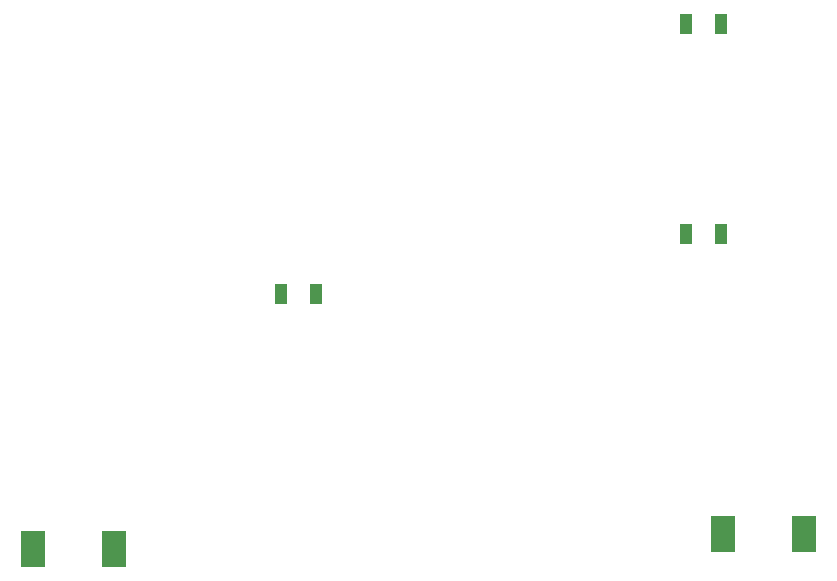
<source format=gbr>
G04*
G04 #@! TF.GenerationSoftware,Altium Limited,Altium Designer,25.3.3 (18)*
G04*
G04 Layer_Color=8421504*
%FSLAX44Y44*%
%MOMM*%
G71*
G04*
G04 #@! TF.SameCoordinates,99CC6AD0-2A63-4927-AC08-F09ED2D19244*
G04*
G04*
G04 #@! TF.FilePolarity,Positive*
G04*
G01*
G75*
%ADD13R,2.1500X3.0800*%
%ADD14R,1.1000X1.7200*%
D13*
X199650Y165100D02*
D03*
X130550D02*
D03*
X783850Y177800D02*
D03*
X714750D02*
D03*
D14*
X370200Y381000D02*
D03*
X341000D02*
D03*
X713100Y431800D02*
D03*
X683900D02*
D03*
Y609600D02*
D03*
X713100D02*
D03*
M02*

</source>
